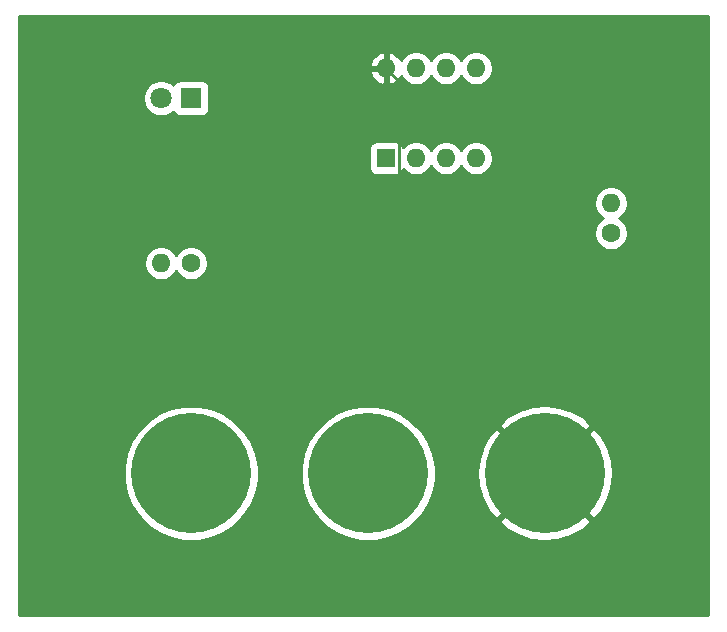
<source format=gbr>
%TF.GenerationSoftware,KiCad,Pcbnew,5.1.6-c6e7f7d~87~ubuntu20.04.1*%
%TF.CreationDate,2020-07-24T18:34:01-04:00*%
%TF.ProjectId,GettingStarted,47657474-696e-4675-9374-61727465642e,rev?*%
%TF.SameCoordinates,Original*%
%TF.FileFunction,Copper,L2,Bot*%
%TF.FilePolarity,Positive*%
%FSLAX46Y46*%
G04 Gerber Fmt 4.6, Leading zero omitted, Abs format (unit mm)*
G04 Created by KiCad (PCBNEW 5.1.6-c6e7f7d~87~ubuntu20.04.1) date 2020-07-24 18:34:01*
%MOMM*%
%LPD*%
G01*
G04 APERTURE LIST*
%TA.AperFunction,ComponentPad*%
%ADD10R,1.800000X1.800000*%
%TD*%
%TA.AperFunction,ComponentPad*%
%ADD11C,1.800000*%
%TD*%
%TA.AperFunction,ComponentPad*%
%ADD12C,10.160000*%
%TD*%
%TA.AperFunction,ComponentPad*%
%ADD13C,1.600000*%
%TD*%
%TA.AperFunction,ComponentPad*%
%ADD14O,1.600000X1.600000*%
%TD*%
%TA.AperFunction,ComponentPad*%
%ADD15R,1.600000X1.600000*%
%TD*%
%TA.AperFunction,Conductor*%
%ADD16C,0.250000*%
%TD*%
%TA.AperFunction,Conductor*%
%ADD17C,0.254000*%
%TD*%
G04 APERTURE END LIST*
D10*
%TO.P,D1,1*%
%TO.N,/uCtoLED*%
X129540000Y-82550000D03*
D11*
%TO.P,D1,2*%
%TO.N,/LEDtoR*%
X127000000Y-82550000D03*
%TD*%
D12*
%TO.P,J1,1*%
%TO.N,VCC*%
X129540000Y-114300000D03*
%TO.P,J1,3*%
%TO.N,GND*%
X159510000Y-114300000D03*
%TO.P,J1,2*%
%TO.N,/INPUTtoR*%
X144530000Y-114300000D03*
%TD*%
D13*
%TO.P,R1,1*%
%TO.N,VCC*%
X129540000Y-96520000D03*
D14*
%TO.P,R1,2*%
%TO.N,/LEDtoR*%
X127000000Y-96520000D03*
%TD*%
%TO.P,R2,2*%
%TO.N,/INPUT*%
X165100000Y-91440000D03*
D13*
%TO.P,R2,1*%
%TO.N,/INPUTtoR*%
X165100000Y-93980000D03*
%TD*%
D15*
%TO.P,U1,1*%
%TO.N,VCC*%
X146050000Y-87630000D03*
D14*
%TO.P,U1,5*%
%TO.N,Net-(U1-Pad5)*%
X153670000Y-80010000D03*
%TO.P,U1,2*%
%TO.N,Net-(U1-Pad2)*%
X148590000Y-87630000D03*
%TO.P,U1,6*%
%TO.N,/INPUT*%
X151130000Y-80010000D03*
%TO.P,U1,3*%
%TO.N,Net-(U1-Pad3)*%
X151130000Y-87630000D03*
%TO.P,U1,7*%
%TO.N,/uCtoLED*%
X148590000Y-80010000D03*
%TO.P,U1,4*%
%TO.N,Net-(U1-Pad4)*%
X153670000Y-87630000D03*
%TO.P,U1,8*%
%TO.N,GND*%
X146050000Y-80010000D03*
%TD*%
D16*
%TO.N,GND*%
X147175001Y-81135001D02*
X146050000Y-80010000D01*
X147175001Y-101965001D02*
X147175001Y-81135001D01*
X159510000Y-114300000D02*
X147175001Y-101965001D01*
%TD*%
D17*
%TO.N,GND*%
G36*
X173330000Y-126340000D02*
G01*
X114960000Y-126340000D01*
X114960000Y-113737122D01*
X123825000Y-113737122D01*
X123825000Y-114862878D01*
X124044625Y-115967004D01*
X124475433Y-117007067D01*
X125100870Y-117943100D01*
X125896900Y-118739130D01*
X126832933Y-119364567D01*
X127872996Y-119795375D01*
X128977122Y-120015000D01*
X130102878Y-120015000D01*
X131207004Y-119795375D01*
X132247067Y-119364567D01*
X133183100Y-118739130D01*
X133979130Y-117943100D01*
X134604567Y-117007067D01*
X135035375Y-115967004D01*
X135255000Y-114862878D01*
X135255000Y-113737122D01*
X138815000Y-113737122D01*
X138815000Y-114862878D01*
X139034625Y-115967004D01*
X139465433Y-117007067D01*
X140090870Y-117943100D01*
X140886900Y-118739130D01*
X141822933Y-119364567D01*
X142862996Y-119795375D01*
X143967122Y-120015000D01*
X145092878Y-120015000D01*
X146197004Y-119795375D01*
X147237067Y-119364567D01*
X148173100Y-118739130D01*
X148575034Y-118337196D01*
X155652409Y-118337196D01*
X156238124Y-119019416D01*
X157221704Y-119567045D01*
X158293223Y-119912265D01*
X159411501Y-120041808D01*
X160533565Y-119950697D01*
X161616294Y-119642433D01*
X162618079Y-119128863D01*
X162781876Y-119019416D01*
X163367591Y-118337196D01*
X159510000Y-114479605D01*
X155652409Y-118337196D01*
X148575034Y-118337196D01*
X148969130Y-117943100D01*
X149594567Y-117007067D01*
X150025375Y-115967004D01*
X150245000Y-114862878D01*
X150245000Y-114201501D01*
X153768192Y-114201501D01*
X153859303Y-115323565D01*
X154167567Y-116406294D01*
X154681137Y-117408079D01*
X154790584Y-117571876D01*
X155472804Y-118157591D01*
X159330395Y-114300000D01*
X159689605Y-114300000D01*
X163547196Y-118157591D01*
X164229416Y-117571876D01*
X164777045Y-116588296D01*
X165122265Y-115516777D01*
X165251808Y-114398499D01*
X165160697Y-113276435D01*
X164852433Y-112193706D01*
X164338863Y-111191921D01*
X164229416Y-111028124D01*
X163547196Y-110442409D01*
X159689605Y-114300000D01*
X159330395Y-114300000D01*
X155472804Y-110442409D01*
X154790584Y-111028124D01*
X154242955Y-112011704D01*
X153897735Y-113083223D01*
X153768192Y-114201501D01*
X150245000Y-114201501D01*
X150245000Y-113737122D01*
X150025375Y-112632996D01*
X149594567Y-111592933D01*
X148969130Y-110656900D01*
X148575034Y-110262804D01*
X155652409Y-110262804D01*
X159510000Y-114120395D01*
X163367591Y-110262804D01*
X162781876Y-109580584D01*
X161798296Y-109032955D01*
X160726777Y-108687735D01*
X159608499Y-108558192D01*
X158486435Y-108649303D01*
X157403706Y-108957567D01*
X156401921Y-109471137D01*
X156238124Y-109580584D01*
X155652409Y-110262804D01*
X148575034Y-110262804D01*
X148173100Y-109860870D01*
X147237067Y-109235433D01*
X146197004Y-108804625D01*
X145092878Y-108585000D01*
X143967122Y-108585000D01*
X142862996Y-108804625D01*
X141822933Y-109235433D01*
X140886900Y-109860870D01*
X140090870Y-110656900D01*
X139465433Y-111592933D01*
X139034625Y-112632996D01*
X138815000Y-113737122D01*
X135255000Y-113737122D01*
X135035375Y-112632996D01*
X134604567Y-111592933D01*
X133979130Y-110656900D01*
X133183100Y-109860870D01*
X132247067Y-109235433D01*
X131207004Y-108804625D01*
X130102878Y-108585000D01*
X128977122Y-108585000D01*
X127872996Y-108804625D01*
X126832933Y-109235433D01*
X125896900Y-109860870D01*
X125100870Y-110656900D01*
X124475433Y-111592933D01*
X124044625Y-112632996D01*
X123825000Y-113737122D01*
X114960000Y-113737122D01*
X114960000Y-96378665D01*
X125565000Y-96378665D01*
X125565000Y-96661335D01*
X125620147Y-96938574D01*
X125728320Y-97199727D01*
X125885363Y-97434759D01*
X126085241Y-97634637D01*
X126320273Y-97791680D01*
X126581426Y-97899853D01*
X126858665Y-97955000D01*
X127141335Y-97955000D01*
X127418574Y-97899853D01*
X127679727Y-97791680D01*
X127914759Y-97634637D01*
X128114637Y-97434759D01*
X128270000Y-97202241D01*
X128425363Y-97434759D01*
X128625241Y-97634637D01*
X128860273Y-97791680D01*
X129121426Y-97899853D01*
X129398665Y-97955000D01*
X129681335Y-97955000D01*
X129958574Y-97899853D01*
X130219727Y-97791680D01*
X130454759Y-97634637D01*
X130654637Y-97434759D01*
X130811680Y-97199727D01*
X130919853Y-96938574D01*
X130975000Y-96661335D01*
X130975000Y-96378665D01*
X130919853Y-96101426D01*
X130811680Y-95840273D01*
X130654637Y-95605241D01*
X130454759Y-95405363D01*
X130219727Y-95248320D01*
X129958574Y-95140147D01*
X129681335Y-95085000D01*
X129398665Y-95085000D01*
X129121426Y-95140147D01*
X128860273Y-95248320D01*
X128625241Y-95405363D01*
X128425363Y-95605241D01*
X128270000Y-95837759D01*
X128114637Y-95605241D01*
X127914759Y-95405363D01*
X127679727Y-95248320D01*
X127418574Y-95140147D01*
X127141335Y-95085000D01*
X126858665Y-95085000D01*
X126581426Y-95140147D01*
X126320273Y-95248320D01*
X126085241Y-95405363D01*
X125885363Y-95605241D01*
X125728320Y-95840273D01*
X125620147Y-96101426D01*
X125565000Y-96378665D01*
X114960000Y-96378665D01*
X114960000Y-91298665D01*
X163665000Y-91298665D01*
X163665000Y-91581335D01*
X163720147Y-91858574D01*
X163828320Y-92119727D01*
X163985363Y-92354759D01*
X164185241Y-92554637D01*
X164417759Y-92710000D01*
X164185241Y-92865363D01*
X163985363Y-93065241D01*
X163828320Y-93300273D01*
X163720147Y-93561426D01*
X163665000Y-93838665D01*
X163665000Y-94121335D01*
X163720147Y-94398574D01*
X163828320Y-94659727D01*
X163985363Y-94894759D01*
X164185241Y-95094637D01*
X164420273Y-95251680D01*
X164681426Y-95359853D01*
X164958665Y-95415000D01*
X165241335Y-95415000D01*
X165518574Y-95359853D01*
X165779727Y-95251680D01*
X166014759Y-95094637D01*
X166214637Y-94894759D01*
X166371680Y-94659727D01*
X166479853Y-94398574D01*
X166535000Y-94121335D01*
X166535000Y-93838665D01*
X166479853Y-93561426D01*
X166371680Y-93300273D01*
X166214637Y-93065241D01*
X166014759Y-92865363D01*
X165782241Y-92710000D01*
X166014759Y-92554637D01*
X166214637Y-92354759D01*
X166371680Y-92119727D01*
X166479853Y-91858574D01*
X166535000Y-91581335D01*
X166535000Y-91298665D01*
X166479853Y-91021426D01*
X166371680Y-90760273D01*
X166214637Y-90525241D01*
X166014759Y-90325363D01*
X165779727Y-90168320D01*
X165518574Y-90060147D01*
X165241335Y-90005000D01*
X164958665Y-90005000D01*
X164681426Y-90060147D01*
X164420273Y-90168320D01*
X164185241Y-90325363D01*
X163985363Y-90525241D01*
X163828320Y-90760273D01*
X163720147Y-91021426D01*
X163665000Y-91298665D01*
X114960000Y-91298665D01*
X114960000Y-86830000D01*
X144611928Y-86830000D01*
X144611928Y-88430000D01*
X144624188Y-88554482D01*
X144660498Y-88674180D01*
X144719463Y-88784494D01*
X144798815Y-88881185D01*
X144895506Y-88960537D01*
X145005820Y-89019502D01*
X145125518Y-89055812D01*
X145250000Y-89068072D01*
X146850000Y-89068072D01*
X146974482Y-89055812D01*
X147094180Y-89019502D01*
X147204494Y-88960537D01*
X147301185Y-88881185D01*
X147380537Y-88784494D01*
X147439502Y-88674180D01*
X147475812Y-88554482D01*
X147476643Y-88546039D01*
X147675241Y-88744637D01*
X147910273Y-88901680D01*
X148171426Y-89009853D01*
X148448665Y-89065000D01*
X148731335Y-89065000D01*
X149008574Y-89009853D01*
X149269727Y-88901680D01*
X149504759Y-88744637D01*
X149704637Y-88544759D01*
X149860000Y-88312241D01*
X150015363Y-88544759D01*
X150215241Y-88744637D01*
X150450273Y-88901680D01*
X150711426Y-89009853D01*
X150988665Y-89065000D01*
X151271335Y-89065000D01*
X151548574Y-89009853D01*
X151809727Y-88901680D01*
X152044759Y-88744637D01*
X152244637Y-88544759D01*
X152400000Y-88312241D01*
X152555363Y-88544759D01*
X152755241Y-88744637D01*
X152990273Y-88901680D01*
X153251426Y-89009853D01*
X153528665Y-89065000D01*
X153811335Y-89065000D01*
X154088574Y-89009853D01*
X154349727Y-88901680D01*
X154584759Y-88744637D01*
X154784637Y-88544759D01*
X154941680Y-88309727D01*
X155049853Y-88048574D01*
X155105000Y-87771335D01*
X155105000Y-87488665D01*
X155049853Y-87211426D01*
X154941680Y-86950273D01*
X154784637Y-86715241D01*
X154584759Y-86515363D01*
X154349727Y-86358320D01*
X154088574Y-86250147D01*
X153811335Y-86195000D01*
X153528665Y-86195000D01*
X153251426Y-86250147D01*
X152990273Y-86358320D01*
X152755241Y-86515363D01*
X152555363Y-86715241D01*
X152400000Y-86947759D01*
X152244637Y-86715241D01*
X152044759Y-86515363D01*
X151809727Y-86358320D01*
X151548574Y-86250147D01*
X151271335Y-86195000D01*
X150988665Y-86195000D01*
X150711426Y-86250147D01*
X150450273Y-86358320D01*
X150215241Y-86515363D01*
X150015363Y-86715241D01*
X149860000Y-86947759D01*
X149704637Y-86715241D01*
X149504759Y-86515363D01*
X149269727Y-86358320D01*
X149008574Y-86250147D01*
X148731335Y-86195000D01*
X148448665Y-86195000D01*
X148171426Y-86250147D01*
X147910273Y-86358320D01*
X147675241Y-86515363D01*
X147476643Y-86713961D01*
X147475812Y-86705518D01*
X147439502Y-86585820D01*
X147380537Y-86475506D01*
X147301185Y-86378815D01*
X147204494Y-86299463D01*
X147094180Y-86240498D01*
X146974482Y-86204188D01*
X146850000Y-86191928D01*
X145250000Y-86191928D01*
X145125518Y-86204188D01*
X145005820Y-86240498D01*
X144895506Y-86299463D01*
X144798815Y-86378815D01*
X144719463Y-86475506D01*
X144660498Y-86585820D01*
X144624188Y-86705518D01*
X144611928Y-86830000D01*
X114960000Y-86830000D01*
X114960000Y-82398816D01*
X125465000Y-82398816D01*
X125465000Y-82701184D01*
X125523989Y-82997743D01*
X125639701Y-83277095D01*
X125807688Y-83528505D01*
X126021495Y-83742312D01*
X126272905Y-83910299D01*
X126552257Y-84026011D01*
X126848816Y-84085000D01*
X127151184Y-84085000D01*
X127447743Y-84026011D01*
X127727095Y-83910299D01*
X127978505Y-83742312D01*
X128044944Y-83675873D01*
X128050498Y-83694180D01*
X128109463Y-83804494D01*
X128188815Y-83901185D01*
X128285506Y-83980537D01*
X128395820Y-84039502D01*
X128515518Y-84075812D01*
X128640000Y-84088072D01*
X130440000Y-84088072D01*
X130564482Y-84075812D01*
X130684180Y-84039502D01*
X130794494Y-83980537D01*
X130891185Y-83901185D01*
X130970537Y-83804494D01*
X131029502Y-83694180D01*
X131065812Y-83574482D01*
X131078072Y-83450000D01*
X131078072Y-81650000D01*
X131065812Y-81525518D01*
X131029502Y-81405820D01*
X130970537Y-81295506D01*
X130891185Y-81198815D01*
X130794494Y-81119463D01*
X130684180Y-81060498D01*
X130564482Y-81024188D01*
X130440000Y-81011928D01*
X128640000Y-81011928D01*
X128515518Y-81024188D01*
X128395820Y-81060498D01*
X128285506Y-81119463D01*
X128188815Y-81198815D01*
X128109463Y-81295506D01*
X128050498Y-81405820D01*
X128044944Y-81424127D01*
X127978505Y-81357688D01*
X127727095Y-81189701D01*
X127447743Y-81073989D01*
X127151184Y-81015000D01*
X126848816Y-81015000D01*
X126552257Y-81073989D01*
X126272905Y-81189701D01*
X126021495Y-81357688D01*
X125807688Y-81571495D01*
X125639701Y-81822905D01*
X125523989Y-82102257D01*
X125465000Y-82398816D01*
X114960000Y-82398816D01*
X114960000Y-80359040D01*
X144658091Y-80359040D01*
X144752930Y-80623881D01*
X144897615Y-80865131D01*
X145086586Y-81073519D01*
X145312580Y-81241037D01*
X145566913Y-81361246D01*
X145700961Y-81401904D01*
X145923000Y-81279915D01*
X145923000Y-80137000D01*
X144779376Y-80137000D01*
X144658091Y-80359040D01*
X114960000Y-80359040D01*
X114960000Y-79660960D01*
X144658091Y-79660960D01*
X144779376Y-79883000D01*
X145923000Y-79883000D01*
X145923000Y-78740085D01*
X146177000Y-78740085D01*
X146177000Y-79883000D01*
X146197000Y-79883000D01*
X146197000Y-80137000D01*
X146177000Y-80137000D01*
X146177000Y-81279915D01*
X146399039Y-81401904D01*
X146533087Y-81361246D01*
X146787420Y-81241037D01*
X147013414Y-81073519D01*
X147202385Y-80865131D01*
X147313933Y-80679135D01*
X147318320Y-80689727D01*
X147475363Y-80924759D01*
X147675241Y-81124637D01*
X147910273Y-81281680D01*
X148171426Y-81389853D01*
X148448665Y-81445000D01*
X148731335Y-81445000D01*
X149008574Y-81389853D01*
X149269727Y-81281680D01*
X149504759Y-81124637D01*
X149704637Y-80924759D01*
X149860000Y-80692241D01*
X150015363Y-80924759D01*
X150215241Y-81124637D01*
X150450273Y-81281680D01*
X150711426Y-81389853D01*
X150988665Y-81445000D01*
X151271335Y-81445000D01*
X151548574Y-81389853D01*
X151809727Y-81281680D01*
X152044759Y-81124637D01*
X152244637Y-80924759D01*
X152400000Y-80692241D01*
X152555363Y-80924759D01*
X152755241Y-81124637D01*
X152990273Y-81281680D01*
X153251426Y-81389853D01*
X153528665Y-81445000D01*
X153811335Y-81445000D01*
X154088574Y-81389853D01*
X154349727Y-81281680D01*
X154584759Y-81124637D01*
X154784637Y-80924759D01*
X154941680Y-80689727D01*
X155049853Y-80428574D01*
X155105000Y-80151335D01*
X155105000Y-79868665D01*
X155049853Y-79591426D01*
X154941680Y-79330273D01*
X154784637Y-79095241D01*
X154584759Y-78895363D01*
X154349727Y-78738320D01*
X154088574Y-78630147D01*
X153811335Y-78575000D01*
X153528665Y-78575000D01*
X153251426Y-78630147D01*
X152990273Y-78738320D01*
X152755241Y-78895363D01*
X152555363Y-79095241D01*
X152400000Y-79327759D01*
X152244637Y-79095241D01*
X152044759Y-78895363D01*
X151809727Y-78738320D01*
X151548574Y-78630147D01*
X151271335Y-78575000D01*
X150988665Y-78575000D01*
X150711426Y-78630147D01*
X150450273Y-78738320D01*
X150215241Y-78895363D01*
X150015363Y-79095241D01*
X149860000Y-79327759D01*
X149704637Y-79095241D01*
X149504759Y-78895363D01*
X149269727Y-78738320D01*
X149008574Y-78630147D01*
X148731335Y-78575000D01*
X148448665Y-78575000D01*
X148171426Y-78630147D01*
X147910273Y-78738320D01*
X147675241Y-78895363D01*
X147475363Y-79095241D01*
X147318320Y-79330273D01*
X147313933Y-79340865D01*
X147202385Y-79154869D01*
X147013414Y-78946481D01*
X146787420Y-78778963D01*
X146533087Y-78658754D01*
X146399039Y-78618096D01*
X146177000Y-78740085D01*
X145923000Y-78740085D01*
X145700961Y-78618096D01*
X145566913Y-78658754D01*
X145312580Y-78778963D01*
X145086586Y-78946481D01*
X144897615Y-79154869D01*
X144752930Y-79396119D01*
X144658091Y-79660960D01*
X114960000Y-79660960D01*
X114960000Y-75590000D01*
X173330001Y-75590000D01*
X173330000Y-126340000D01*
G37*
X173330000Y-126340000D02*
X114960000Y-126340000D01*
X114960000Y-113737122D01*
X123825000Y-113737122D01*
X123825000Y-114862878D01*
X124044625Y-115967004D01*
X124475433Y-117007067D01*
X125100870Y-117943100D01*
X125896900Y-118739130D01*
X126832933Y-119364567D01*
X127872996Y-119795375D01*
X128977122Y-120015000D01*
X130102878Y-120015000D01*
X131207004Y-119795375D01*
X132247067Y-119364567D01*
X133183100Y-118739130D01*
X133979130Y-117943100D01*
X134604567Y-117007067D01*
X135035375Y-115967004D01*
X135255000Y-114862878D01*
X135255000Y-113737122D01*
X138815000Y-113737122D01*
X138815000Y-114862878D01*
X139034625Y-115967004D01*
X139465433Y-117007067D01*
X140090870Y-117943100D01*
X140886900Y-118739130D01*
X141822933Y-119364567D01*
X142862996Y-119795375D01*
X143967122Y-120015000D01*
X145092878Y-120015000D01*
X146197004Y-119795375D01*
X147237067Y-119364567D01*
X148173100Y-118739130D01*
X148575034Y-118337196D01*
X155652409Y-118337196D01*
X156238124Y-119019416D01*
X157221704Y-119567045D01*
X158293223Y-119912265D01*
X159411501Y-120041808D01*
X160533565Y-119950697D01*
X161616294Y-119642433D01*
X162618079Y-119128863D01*
X162781876Y-119019416D01*
X163367591Y-118337196D01*
X159510000Y-114479605D01*
X155652409Y-118337196D01*
X148575034Y-118337196D01*
X148969130Y-117943100D01*
X149594567Y-117007067D01*
X150025375Y-115967004D01*
X150245000Y-114862878D01*
X150245000Y-114201501D01*
X153768192Y-114201501D01*
X153859303Y-115323565D01*
X154167567Y-116406294D01*
X154681137Y-117408079D01*
X154790584Y-117571876D01*
X155472804Y-118157591D01*
X159330395Y-114300000D01*
X159689605Y-114300000D01*
X163547196Y-118157591D01*
X164229416Y-117571876D01*
X164777045Y-116588296D01*
X165122265Y-115516777D01*
X165251808Y-114398499D01*
X165160697Y-113276435D01*
X164852433Y-112193706D01*
X164338863Y-111191921D01*
X164229416Y-111028124D01*
X163547196Y-110442409D01*
X159689605Y-114300000D01*
X159330395Y-114300000D01*
X155472804Y-110442409D01*
X154790584Y-111028124D01*
X154242955Y-112011704D01*
X153897735Y-113083223D01*
X153768192Y-114201501D01*
X150245000Y-114201501D01*
X150245000Y-113737122D01*
X150025375Y-112632996D01*
X149594567Y-111592933D01*
X148969130Y-110656900D01*
X148575034Y-110262804D01*
X155652409Y-110262804D01*
X159510000Y-114120395D01*
X163367591Y-110262804D01*
X162781876Y-109580584D01*
X161798296Y-109032955D01*
X160726777Y-108687735D01*
X159608499Y-108558192D01*
X158486435Y-108649303D01*
X157403706Y-108957567D01*
X156401921Y-109471137D01*
X156238124Y-109580584D01*
X155652409Y-110262804D01*
X148575034Y-110262804D01*
X148173100Y-109860870D01*
X147237067Y-109235433D01*
X146197004Y-108804625D01*
X145092878Y-108585000D01*
X143967122Y-108585000D01*
X142862996Y-108804625D01*
X141822933Y-109235433D01*
X140886900Y-109860870D01*
X140090870Y-110656900D01*
X139465433Y-111592933D01*
X139034625Y-112632996D01*
X138815000Y-113737122D01*
X135255000Y-113737122D01*
X135035375Y-112632996D01*
X134604567Y-111592933D01*
X133979130Y-110656900D01*
X133183100Y-109860870D01*
X132247067Y-109235433D01*
X131207004Y-108804625D01*
X130102878Y-108585000D01*
X128977122Y-108585000D01*
X127872996Y-108804625D01*
X126832933Y-109235433D01*
X125896900Y-109860870D01*
X125100870Y-110656900D01*
X124475433Y-111592933D01*
X124044625Y-112632996D01*
X123825000Y-113737122D01*
X114960000Y-113737122D01*
X114960000Y-96378665D01*
X125565000Y-96378665D01*
X125565000Y-96661335D01*
X125620147Y-96938574D01*
X125728320Y-97199727D01*
X125885363Y-97434759D01*
X126085241Y-97634637D01*
X126320273Y-97791680D01*
X126581426Y-97899853D01*
X126858665Y-97955000D01*
X127141335Y-97955000D01*
X127418574Y-97899853D01*
X127679727Y-97791680D01*
X127914759Y-97634637D01*
X128114637Y-97434759D01*
X128270000Y-97202241D01*
X128425363Y-97434759D01*
X128625241Y-97634637D01*
X128860273Y-97791680D01*
X129121426Y-97899853D01*
X129398665Y-97955000D01*
X129681335Y-97955000D01*
X129958574Y-97899853D01*
X130219727Y-97791680D01*
X130454759Y-97634637D01*
X130654637Y-97434759D01*
X130811680Y-97199727D01*
X130919853Y-96938574D01*
X130975000Y-96661335D01*
X130975000Y-96378665D01*
X130919853Y-96101426D01*
X130811680Y-95840273D01*
X130654637Y-95605241D01*
X130454759Y-95405363D01*
X130219727Y-95248320D01*
X129958574Y-95140147D01*
X129681335Y-95085000D01*
X129398665Y-95085000D01*
X129121426Y-95140147D01*
X128860273Y-95248320D01*
X128625241Y-95405363D01*
X128425363Y-95605241D01*
X128270000Y-95837759D01*
X128114637Y-95605241D01*
X127914759Y-95405363D01*
X127679727Y-95248320D01*
X127418574Y-95140147D01*
X127141335Y-95085000D01*
X126858665Y-95085000D01*
X126581426Y-95140147D01*
X126320273Y-95248320D01*
X126085241Y-95405363D01*
X125885363Y-95605241D01*
X125728320Y-95840273D01*
X125620147Y-96101426D01*
X125565000Y-96378665D01*
X114960000Y-96378665D01*
X114960000Y-91298665D01*
X163665000Y-91298665D01*
X163665000Y-91581335D01*
X163720147Y-91858574D01*
X163828320Y-92119727D01*
X163985363Y-92354759D01*
X164185241Y-92554637D01*
X164417759Y-92710000D01*
X164185241Y-92865363D01*
X163985363Y-93065241D01*
X163828320Y-93300273D01*
X163720147Y-93561426D01*
X163665000Y-93838665D01*
X163665000Y-94121335D01*
X163720147Y-94398574D01*
X163828320Y-94659727D01*
X163985363Y-94894759D01*
X164185241Y-95094637D01*
X164420273Y-95251680D01*
X164681426Y-95359853D01*
X164958665Y-95415000D01*
X165241335Y-95415000D01*
X165518574Y-95359853D01*
X165779727Y-95251680D01*
X166014759Y-95094637D01*
X166214637Y-94894759D01*
X166371680Y-94659727D01*
X166479853Y-94398574D01*
X166535000Y-94121335D01*
X166535000Y-93838665D01*
X166479853Y-93561426D01*
X166371680Y-93300273D01*
X166214637Y-93065241D01*
X166014759Y-92865363D01*
X165782241Y-92710000D01*
X166014759Y-92554637D01*
X166214637Y-92354759D01*
X166371680Y-92119727D01*
X166479853Y-91858574D01*
X166535000Y-91581335D01*
X166535000Y-91298665D01*
X166479853Y-91021426D01*
X166371680Y-90760273D01*
X166214637Y-90525241D01*
X166014759Y-90325363D01*
X165779727Y-90168320D01*
X165518574Y-90060147D01*
X165241335Y-90005000D01*
X164958665Y-90005000D01*
X164681426Y-90060147D01*
X164420273Y-90168320D01*
X164185241Y-90325363D01*
X163985363Y-90525241D01*
X163828320Y-90760273D01*
X163720147Y-91021426D01*
X163665000Y-91298665D01*
X114960000Y-91298665D01*
X114960000Y-86830000D01*
X144611928Y-86830000D01*
X144611928Y-88430000D01*
X144624188Y-88554482D01*
X144660498Y-88674180D01*
X144719463Y-88784494D01*
X144798815Y-88881185D01*
X144895506Y-88960537D01*
X145005820Y-89019502D01*
X145125518Y-89055812D01*
X145250000Y-89068072D01*
X146850000Y-89068072D01*
X146974482Y-89055812D01*
X147094180Y-89019502D01*
X147204494Y-88960537D01*
X147301185Y-88881185D01*
X147380537Y-88784494D01*
X147439502Y-88674180D01*
X147475812Y-88554482D01*
X147476643Y-88546039D01*
X147675241Y-88744637D01*
X147910273Y-88901680D01*
X148171426Y-89009853D01*
X148448665Y-89065000D01*
X148731335Y-89065000D01*
X149008574Y-89009853D01*
X149269727Y-88901680D01*
X149504759Y-88744637D01*
X149704637Y-88544759D01*
X149860000Y-88312241D01*
X150015363Y-88544759D01*
X150215241Y-88744637D01*
X150450273Y-88901680D01*
X150711426Y-89009853D01*
X150988665Y-89065000D01*
X151271335Y-89065000D01*
X151548574Y-89009853D01*
X151809727Y-88901680D01*
X152044759Y-88744637D01*
X152244637Y-88544759D01*
X152400000Y-88312241D01*
X152555363Y-88544759D01*
X152755241Y-88744637D01*
X152990273Y-88901680D01*
X153251426Y-89009853D01*
X153528665Y-89065000D01*
X153811335Y-89065000D01*
X154088574Y-89009853D01*
X154349727Y-88901680D01*
X154584759Y-88744637D01*
X154784637Y-88544759D01*
X154941680Y-88309727D01*
X155049853Y-88048574D01*
X155105000Y-87771335D01*
X155105000Y-87488665D01*
X155049853Y-87211426D01*
X154941680Y-86950273D01*
X154784637Y-86715241D01*
X154584759Y-86515363D01*
X154349727Y-86358320D01*
X154088574Y-86250147D01*
X153811335Y-86195000D01*
X153528665Y-86195000D01*
X153251426Y-86250147D01*
X152990273Y-86358320D01*
X152755241Y-86515363D01*
X152555363Y-86715241D01*
X152400000Y-86947759D01*
X152244637Y-86715241D01*
X152044759Y-86515363D01*
X151809727Y-86358320D01*
X151548574Y-86250147D01*
X151271335Y-86195000D01*
X150988665Y-86195000D01*
X150711426Y-86250147D01*
X150450273Y-86358320D01*
X150215241Y-86515363D01*
X150015363Y-86715241D01*
X149860000Y-86947759D01*
X149704637Y-86715241D01*
X149504759Y-86515363D01*
X149269727Y-86358320D01*
X149008574Y-86250147D01*
X148731335Y-86195000D01*
X148448665Y-86195000D01*
X148171426Y-86250147D01*
X147910273Y-86358320D01*
X147675241Y-86515363D01*
X147476643Y-86713961D01*
X147475812Y-86705518D01*
X147439502Y-86585820D01*
X147380537Y-86475506D01*
X147301185Y-86378815D01*
X147204494Y-86299463D01*
X147094180Y-86240498D01*
X146974482Y-86204188D01*
X146850000Y-86191928D01*
X145250000Y-86191928D01*
X145125518Y-86204188D01*
X145005820Y-86240498D01*
X144895506Y-86299463D01*
X144798815Y-86378815D01*
X144719463Y-86475506D01*
X144660498Y-86585820D01*
X144624188Y-86705518D01*
X144611928Y-86830000D01*
X114960000Y-86830000D01*
X114960000Y-82398816D01*
X125465000Y-82398816D01*
X125465000Y-82701184D01*
X125523989Y-82997743D01*
X125639701Y-83277095D01*
X125807688Y-83528505D01*
X126021495Y-83742312D01*
X126272905Y-83910299D01*
X126552257Y-84026011D01*
X126848816Y-84085000D01*
X127151184Y-84085000D01*
X127447743Y-84026011D01*
X127727095Y-83910299D01*
X127978505Y-83742312D01*
X128044944Y-83675873D01*
X128050498Y-83694180D01*
X128109463Y-83804494D01*
X128188815Y-83901185D01*
X128285506Y-83980537D01*
X128395820Y-84039502D01*
X128515518Y-84075812D01*
X128640000Y-84088072D01*
X130440000Y-84088072D01*
X130564482Y-84075812D01*
X130684180Y-84039502D01*
X130794494Y-83980537D01*
X130891185Y-83901185D01*
X130970537Y-83804494D01*
X131029502Y-83694180D01*
X131065812Y-83574482D01*
X131078072Y-83450000D01*
X131078072Y-81650000D01*
X131065812Y-81525518D01*
X131029502Y-81405820D01*
X130970537Y-81295506D01*
X130891185Y-81198815D01*
X130794494Y-81119463D01*
X130684180Y-81060498D01*
X130564482Y-81024188D01*
X130440000Y-81011928D01*
X128640000Y-81011928D01*
X128515518Y-81024188D01*
X128395820Y-81060498D01*
X128285506Y-81119463D01*
X128188815Y-81198815D01*
X128109463Y-81295506D01*
X128050498Y-81405820D01*
X128044944Y-81424127D01*
X127978505Y-81357688D01*
X127727095Y-81189701D01*
X127447743Y-81073989D01*
X127151184Y-81015000D01*
X126848816Y-81015000D01*
X126552257Y-81073989D01*
X126272905Y-81189701D01*
X126021495Y-81357688D01*
X125807688Y-81571495D01*
X125639701Y-81822905D01*
X125523989Y-82102257D01*
X125465000Y-82398816D01*
X114960000Y-82398816D01*
X114960000Y-80359040D01*
X144658091Y-80359040D01*
X144752930Y-80623881D01*
X144897615Y-80865131D01*
X145086586Y-81073519D01*
X145312580Y-81241037D01*
X145566913Y-81361246D01*
X145700961Y-81401904D01*
X145923000Y-81279915D01*
X145923000Y-80137000D01*
X144779376Y-80137000D01*
X144658091Y-80359040D01*
X114960000Y-80359040D01*
X114960000Y-79660960D01*
X144658091Y-79660960D01*
X144779376Y-79883000D01*
X145923000Y-79883000D01*
X145923000Y-78740085D01*
X146177000Y-78740085D01*
X146177000Y-79883000D01*
X146197000Y-79883000D01*
X146197000Y-80137000D01*
X146177000Y-80137000D01*
X146177000Y-81279915D01*
X146399039Y-81401904D01*
X146533087Y-81361246D01*
X146787420Y-81241037D01*
X147013414Y-81073519D01*
X147202385Y-80865131D01*
X147313933Y-80679135D01*
X147318320Y-80689727D01*
X147475363Y-80924759D01*
X147675241Y-81124637D01*
X147910273Y-81281680D01*
X148171426Y-81389853D01*
X148448665Y-81445000D01*
X148731335Y-81445000D01*
X149008574Y-81389853D01*
X149269727Y-81281680D01*
X149504759Y-81124637D01*
X149704637Y-80924759D01*
X149860000Y-80692241D01*
X150015363Y-80924759D01*
X150215241Y-81124637D01*
X150450273Y-81281680D01*
X150711426Y-81389853D01*
X150988665Y-81445000D01*
X151271335Y-81445000D01*
X151548574Y-81389853D01*
X151809727Y-81281680D01*
X152044759Y-81124637D01*
X152244637Y-80924759D01*
X152400000Y-80692241D01*
X152555363Y-80924759D01*
X152755241Y-81124637D01*
X152990273Y-81281680D01*
X153251426Y-81389853D01*
X153528665Y-81445000D01*
X153811335Y-81445000D01*
X154088574Y-81389853D01*
X154349727Y-81281680D01*
X154584759Y-81124637D01*
X154784637Y-80924759D01*
X154941680Y-80689727D01*
X155049853Y-80428574D01*
X155105000Y-80151335D01*
X155105000Y-79868665D01*
X155049853Y-79591426D01*
X154941680Y-79330273D01*
X154784637Y-79095241D01*
X154584759Y-78895363D01*
X154349727Y-78738320D01*
X154088574Y-78630147D01*
X153811335Y-78575000D01*
X153528665Y-78575000D01*
X153251426Y-78630147D01*
X152990273Y-78738320D01*
X152755241Y-78895363D01*
X152555363Y-79095241D01*
X152400000Y-79327759D01*
X152244637Y-79095241D01*
X152044759Y-78895363D01*
X151809727Y-78738320D01*
X151548574Y-78630147D01*
X151271335Y-78575000D01*
X150988665Y-78575000D01*
X150711426Y-78630147D01*
X150450273Y-78738320D01*
X150215241Y-78895363D01*
X150015363Y-79095241D01*
X149860000Y-79327759D01*
X149704637Y-79095241D01*
X149504759Y-78895363D01*
X149269727Y-78738320D01*
X149008574Y-78630147D01*
X148731335Y-78575000D01*
X148448665Y-78575000D01*
X148171426Y-78630147D01*
X147910273Y-78738320D01*
X147675241Y-78895363D01*
X147475363Y-79095241D01*
X147318320Y-79330273D01*
X147313933Y-79340865D01*
X147202385Y-79154869D01*
X147013414Y-78946481D01*
X146787420Y-78778963D01*
X146533087Y-78658754D01*
X146399039Y-78618096D01*
X146177000Y-78740085D01*
X145923000Y-78740085D01*
X145700961Y-78618096D01*
X145566913Y-78658754D01*
X145312580Y-78778963D01*
X145086586Y-78946481D01*
X144897615Y-79154869D01*
X144752930Y-79396119D01*
X144658091Y-79660960D01*
X114960000Y-79660960D01*
X114960000Y-75590000D01*
X173330001Y-75590000D01*
X173330000Y-126340000D01*
%TD*%
M02*

</source>
